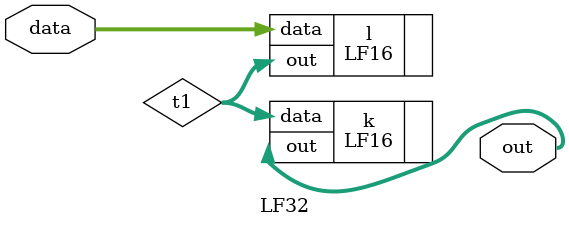
<source format=v>
module LF32 (input [31:0] data, output [31:0] out);
   
   wire [31:0] t1;
   LF16 l(.data(data),.out(t1));
   LF16 k(.data(t1),.out(out));
   
endmodule 

</source>
